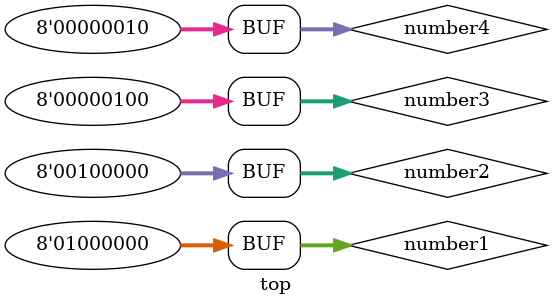
<source format=v>
`include "log2.v"
`timescale 1ns/1ns
`include "C:/intelFPGA/tasks/log/log2.v"

module top();

wire [7:0] number1 = 8'b01000000;
wire [7:0] number2 = 8'b00100000;
wire [7:0] number3 = 8'b00000100;
wire [7:0] number4 = 8'b00000010;

wire [2:0] result1;
wire [2:0] result2;
wire [2:0] result3;
wire [2:0] result4;


log2
logtest1
(
	.number	(number1),
	.log	(result1)
);

log2
logtest2
(
	.number	(number2),
	.log	(result2)
);

log2
logtest3
(
	.number	(number3),
	.log	(result3)
);

log2
logtest4
(
	.number	(number4),
	.log	(result4)
);

endmodule
</source>
